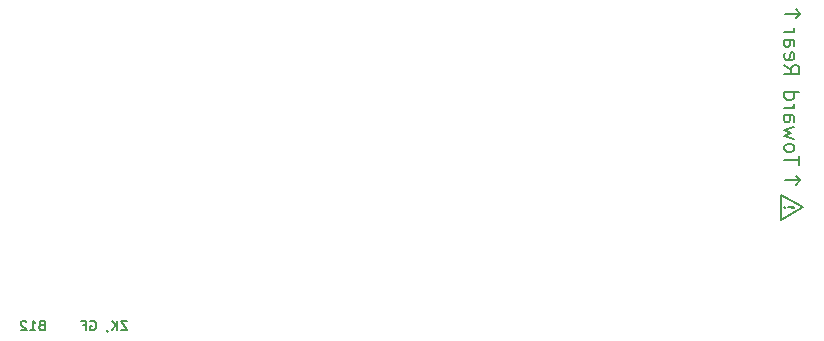
<source format=gbo>
G04 #@! TF.GenerationSoftware,KiCad,Pcbnew,7.0.1-0*
G04 #@! TF.CreationDate,2023-12-07T05:41:28-05:00*
G04 #@! TF.ProjectId,RAM128,52414d31-3238-42e6-9b69-6361645f7063,1.2*
G04 #@! TF.SameCoordinates,Original*
G04 #@! TF.FileFunction,Legend,Bot*
G04 #@! TF.FilePolarity,Positive*
%FSLAX46Y46*%
G04 Gerber Fmt 4.6, Leading zero omitted, Abs format (unit mm)*
G04 Created by KiCad (PCBNEW 7.0.1-0) date 2023-12-07 05:41:28*
%MOMM*%
%LPD*%
G01*
G04 APERTURE LIST*
G04 Aperture macros list*
%AMRoundRect*
0 Rectangle with rounded corners*
0 $1 Rounding radius*
0 $2 $3 $4 $5 $6 $7 $8 $9 X,Y pos of 4 corners*
0 Add a 4 corners polygon primitive as box body*
4,1,4,$2,$3,$4,$5,$6,$7,$8,$9,$2,$3,0*
0 Add four circle primitives for the rounded corners*
1,1,$1+$1,$2,$3*
1,1,$1+$1,$4,$5*
1,1,$1+$1,$6,$7*
1,1,$1+$1,$8,$9*
0 Add four rect primitives between the rounded corners*
20,1,$1+$1,$2,$3,$4,$5,0*
20,1,$1+$1,$4,$5,$6,$7,0*
20,1,$1+$1,$6,$7,$8,$9,0*
20,1,$1+$1,$8,$9,$2,$3,0*%
G04 Aperture macros list end*
%ADD10C,0.200000*%
%ADD11C,0.190500*%
%ADD12C,0.203200*%
%ADD13C,0.000000*%
%ADD14RoundRect,0.457200X0.381000X3.289000X-0.381000X3.289000X-0.381000X-3.289000X0.381000X-3.289000X0*%
%ADD15C,1.448000*%
G04 APERTURE END LIST*
D10*
X138049000Y-103886000D02*
X137668000Y-104267000D01*
X138049000Y-117983000D02*
X137668000Y-118364000D01*
X136779000Y-117983000D02*
X138049000Y-117983000D01*
X138049000Y-103886000D02*
X137668000Y-103505000D01*
X136779000Y-103886000D02*
X138049000Y-103886000D01*
X138049000Y-117983000D02*
X137668000Y-117602000D01*
X136398000Y-119189500D02*
X138303000Y-120269000D01*
X136398000Y-121348500D02*
X136398000Y-119189500D01*
X138303000Y-120269000D02*
X136398000Y-121348500D01*
X137969473Y-116646475D02*
X137969473Y-115920761D01*
X136699473Y-116283618D02*
X137969473Y-116283618D01*
X136699473Y-115315999D02*
X136759950Y-115436951D01*
X136759950Y-115436951D02*
X136820426Y-115497428D01*
X136820426Y-115497428D02*
X136941378Y-115557904D01*
X136941378Y-115557904D02*
X137304235Y-115557904D01*
X137304235Y-115557904D02*
X137425188Y-115497428D01*
X137425188Y-115497428D02*
X137485664Y-115436951D01*
X137485664Y-115436951D02*
X137546140Y-115315999D01*
X137546140Y-115315999D02*
X137546140Y-115134570D01*
X137546140Y-115134570D02*
X137485664Y-115013618D01*
X137485664Y-115013618D02*
X137425188Y-114953142D01*
X137425188Y-114953142D02*
X137304235Y-114892666D01*
X137304235Y-114892666D02*
X136941378Y-114892666D01*
X136941378Y-114892666D02*
X136820426Y-114953142D01*
X136820426Y-114953142D02*
X136759950Y-115013618D01*
X136759950Y-115013618D02*
X136699473Y-115134570D01*
X136699473Y-115134570D02*
X136699473Y-115315999D01*
X137546140Y-114469332D02*
X136699473Y-114227427D01*
X136699473Y-114227427D02*
X137304235Y-113985522D01*
X137304235Y-113985522D02*
X136699473Y-113743618D01*
X136699473Y-113743618D02*
X137546140Y-113501713D01*
X136699473Y-112473618D02*
X137364711Y-112473618D01*
X137364711Y-112473618D02*
X137485664Y-112534094D01*
X137485664Y-112534094D02*
X137546140Y-112655046D01*
X137546140Y-112655046D02*
X137546140Y-112896951D01*
X137546140Y-112896951D02*
X137485664Y-113017904D01*
X136759950Y-112473618D02*
X136699473Y-112594570D01*
X136699473Y-112594570D02*
X136699473Y-112896951D01*
X136699473Y-112896951D02*
X136759950Y-113017904D01*
X136759950Y-113017904D02*
X136880902Y-113078380D01*
X136880902Y-113078380D02*
X137001854Y-113078380D01*
X137001854Y-113078380D02*
X137122807Y-113017904D01*
X137122807Y-113017904D02*
X137183283Y-112896951D01*
X137183283Y-112896951D02*
X137183283Y-112594570D01*
X137183283Y-112594570D02*
X137243759Y-112473618D01*
X136699473Y-111868856D02*
X137546140Y-111868856D01*
X137304235Y-111868856D02*
X137425188Y-111808379D01*
X137425188Y-111808379D02*
X137485664Y-111747903D01*
X137485664Y-111747903D02*
X137546140Y-111626951D01*
X137546140Y-111626951D02*
X137546140Y-111505998D01*
X136699473Y-110538380D02*
X137969473Y-110538380D01*
X136759950Y-110538380D02*
X136699473Y-110659332D01*
X136699473Y-110659332D02*
X136699473Y-110901237D01*
X136699473Y-110901237D02*
X136759950Y-111022189D01*
X136759950Y-111022189D02*
X136820426Y-111082666D01*
X136820426Y-111082666D02*
X136941378Y-111143142D01*
X136941378Y-111143142D02*
X137304235Y-111143142D01*
X137304235Y-111143142D02*
X137425188Y-111082666D01*
X137425188Y-111082666D02*
X137485664Y-111022189D01*
X137485664Y-111022189D02*
X137546140Y-110901237D01*
X137546140Y-110901237D02*
X137546140Y-110659332D01*
X137546140Y-110659332D02*
X137485664Y-110538380D01*
X136699473Y-108240284D02*
X137304235Y-108663618D01*
X136699473Y-108965999D02*
X137969473Y-108965999D01*
X137969473Y-108965999D02*
X137969473Y-108482189D01*
X137969473Y-108482189D02*
X137908997Y-108361237D01*
X137908997Y-108361237D02*
X137848521Y-108300760D01*
X137848521Y-108300760D02*
X137727569Y-108240284D01*
X137727569Y-108240284D02*
X137546140Y-108240284D01*
X137546140Y-108240284D02*
X137425188Y-108300760D01*
X137425188Y-108300760D02*
X137364711Y-108361237D01*
X137364711Y-108361237D02*
X137304235Y-108482189D01*
X137304235Y-108482189D02*
X137304235Y-108965999D01*
X136759950Y-107212189D02*
X136699473Y-107333141D01*
X136699473Y-107333141D02*
X136699473Y-107575046D01*
X136699473Y-107575046D02*
X136759950Y-107695999D01*
X136759950Y-107695999D02*
X136880902Y-107756475D01*
X136880902Y-107756475D02*
X137364711Y-107756475D01*
X137364711Y-107756475D02*
X137485664Y-107695999D01*
X137485664Y-107695999D02*
X137546140Y-107575046D01*
X137546140Y-107575046D02*
X137546140Y-107333141D01*
X137546140Y-107333141D02*
X137485664Y-107212189D01*
X137485664Y-107212189D02*
X137364711Y-107151713D01*
X137364711Y-107151713D02*
X137243759Y-107151713D01*
X137243759Y-107151713D02*
X137122807Y-107756475D01*
X136699473Y-106063142D02*
X137364711Y-106063142D01*
X137364711Y-106063142D02*
X137485664Y-106123618D01*
X137485664Y-106123618D02*
X137546140Y-106244570D01*
X137546140Y-106244570D02*
X137546140Y-106486475D01*
X137546140Y-106486475D02*
X137485664Y-106607428D01*
X136759950Y-106063142D02*
X136699473Y-106184094D01*
X136699473Y-106184094D02*
X136699473Y-106486475D01*
X136699473Y-106486475D02*
X136759950Y-106607428D01*
X136759950Y-106607428D02*
X136880902Y-106667904D01*
X136880902Y-106667904D02*
X137001854Y-106667904D01*
X137001854Y-106667904D02*
X137122807Y-106607428D01*
X137122807Y-106607428D02*
X137183283Y-106486475D01*
X137183283Y-106486475D02*
X137183283Y-106184094D01*
X137183283Y-106184094D02*
X137243759Y-106063142D01*
X136699473Y-105458380D02*
X137546140Y-105458380D01*
X137304235Y-105458380D02*
X137425188Y-105397903D01*
X137425188Y-105397903D02*
X137485664Y-105337427D01*
X137485664Y-105337427D02*
X137546140Y-105216475D01*
X137546140Y-105216475D02*
X137546140Y-105095522D01*
D11*
X136797892Y-120269000D02*
X136759188Y-120230295D01*
X136759188Y-120230295D02*
X136720483Y-120269000D01*
X136720483Y-120269000D02*
X136759188Y-120307704D01*
X136759188Y-120307704D02*
X136797892Y-120269000D01*
X136797892Y-120269000D02*
X136720483Y-120269000D01*
X137030121Y-120269000D02*
X137494578Y-120307704D01*
X137494578Y-120307704D02*
X137533283Y-120269000D01*
X137533283Y-120269000D02*
X137494578Y-120230295D01*
X137494578Y-120230295D02*
X137030121Y-120269000D01*
X137030121Y-120269000D02*
X137533283Y-120269000D01*
D12*
X81056237Y-129865216D02*
X80514371Y-129865216D01*
X80514371Y-129865216D02*
X81056237Y-130678016D01*
X81056237Y-130678016D02*
X80514371Y-130678016D01*
X80204733Y-130678016D02*
X80204733Y-129865216D01*
X79740276Y-130678016D02*
X80088618Y-130213559D01*
X79740276Y-129865216D02*
X80204733Y-130329673D01*
X79353228Y-130639312D02*
X79353228Y-130678016D01*
X79353228Y-130678016D02*
X79391933Y-130755426D01*
X79391933Y-130755426D02*
X79430637Y-130794131D01*
X77959856Y-129903921D02*
X78037266Y-129865216D01*
X78037266Y-129865216D02*
X78153380Y-129865216D01*
X78153380Y-129865216D02*
X78269494Y-129903921D01*
X78269494Y-129903921D02*
X78346904Y-129981331D01*
X78346904Y-129981331D02*
X78385609Y-130058740D01*
X78385609Y-130058740D02*
X78424313Y-130213559D01*
X78424313Y-130213559D02*
X78424313Y-130329673D01*
X78424313Y-130329673D02*
X78385609Y-130484492D01*
X78385609Y-130484492D02*
X78346904Y-130561902D01*
X78346904Y-130561902D02*
X78269494Y-130639312D01*
X78269494Y-130639312D02*
X78153380Y-130678016D01*
X78153380Y-130678016D02*
X78075971Y-130678016D01*
X78075971Y-130678016D02*
X77959856Y-130639312D01*
X77959856Y-130639312D02*
X77921152Y-130600607D01*
X77921152Y-130600607D02*
X77921152Y-130329673D01*
X77921152Y-130329673D02*
X78075971Y-130329673D01*
X77301875Y-130252264D02*
X77572809Y-130252264D01*
X77572809Y-130678016D02*
X77572809Y-129865216D01*
X77572809Y-129865216D02*
X77185761Y-129865216D01*
X73804537Y-130252264D02*
X73688423Y-130290969D01*
X73688423Y-130290969D02*
X73649718Y-130329673D01*
X73649718Y-130329673D02*
X73611014Y-130407083D01*
X73611014Y-130407083D02*
X73611014Y-130523197D01*
X73611014Y-130523197D02*
X73649718Y-130600607D01*
X73649718Y-130600607D02*
X73688423Y-130639312D01*
X73688423Y-130639312D02*
X73765833Y-130678016D01*
X73765833Y-130678016D02*
X74075471Y-130678016D01*
X74075471Y-130678016D02*
X74075471Y-129865216D01*
X74075471Y-129865216D02*
X73804537Y-129865216D01*
X73804537Y-129865216D02*
X73727128Y-129903921D01*
X73727128Y-129903921D02*
X73688423Y-129942626D01*
X73688423Y-129942626D02*
X73649718Y-130020035D01*
X73649718Y-130020035D02*
X73649718Y-130097445D01*
X73649718Y-130097445D02*
X73688423Y-130174854D01*
X73688423Y-130174854D02*
X73727128Y-130213559D01*
X73727128Y-130213559D02*
X73804537Y-130252264D01*
X73804537Y-130252264D02*
X74075471Y-130252264D01*
X72836918Y-130678016D02*
X73301375Y-130678016D01*
X73069147Y-130678016D02*
X73069147Y-129865216D01*
X73069147Y-129865216D02*
X73146556Y-129981331D01*
X73146556Y-129981331D02*
X73223966Y-130058740D01*
X73223966Y-130058740D02*
X73301375Y-130097445D01*
X72527280Y-129942626D02*
X72488576Y-129903921D01*
X72488576Y-129903921D02*
X72411166Y-129865216D01*
X72411166Y-129865216D02*
X72217642Y-129865216D01*
X72217642Y-129865216D02*
X72140233Y-129903921D01*
X72140233Y-129903921D02*
X72101528Y-129942626D01*
X72101528Y-129942626D02*
X72062823Y-130020035D01*
X72062823Y-130020035D02*
X72062823Y-130097445D01*
X72062823Y-130097445D02*
X72101528Y-130213559D01*
X72101528Y-130213559D02*
X72565985Y-130678016D01*
X72565985Y-130678016D02*
X72062823Y-130678016D01*
%LPC*%
D13*
G36*
X139700000Y-139446000D02*
G01*
X139192000Y-139954000D01*
X74168000Y-139954000D01*
X73660000Y-139446000D01*
X73660000Y-132080000D01*
X139700000Y-132080000D01*
X139700000Y-139446000D01*
G37*
D14*
X137160000Y-135282000D03*
X134620000Y-135282000D03*
X132080000Y-135282000D03*
X129540000Y-135282000D03*
X127000000Y-135282000D03*
X124460000Y-135282000D03*
X121920000Y-135282000D03*
X119380000Y-135282000D03*
X116840000Y-135282000D03*
X114300000Y-135282000D03*
X111760000Y-135282000D03*
X109220000Y-135282000D03*
X106680000Y-135282000D03*
X104140000Y-135282000D03*
X101600000Y-135282000D03*
X99060000Y-135282000D03*
X96520000Y-135282000D03*
X93980000Y-135282000D03*
X91440000Y-135282000D03*
X88900000Y-135282000D03*
X86360000Y-135282000D03*
X83820000Y-135282000D03*
X81280000Y-135282000D03*
X78740000Y-135282000D03*
X76200000Y-135282000D03*
D15*
X70358000Y-129540000D03*
X136906000Y-122555000D03*
X133096000Y-129540000D03*
X136906000Y-101600000D03*
X70104000Y-105664000D03*
M02*

</source>
